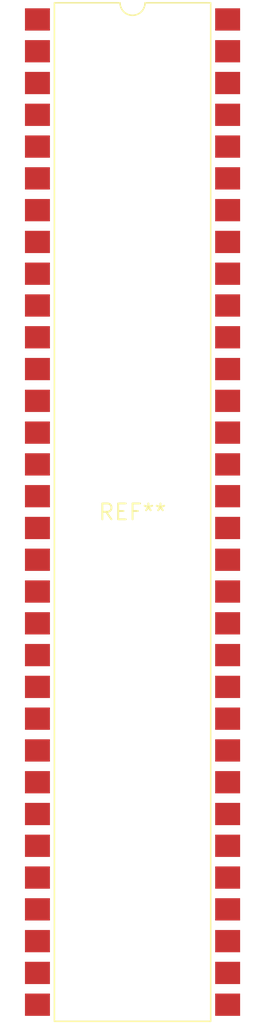
<source format=kicad_pcb>
(kicad_pcb (version 20240108) (generator pcbnew)
  (layers (0 "F.Cu" signal) (31 "B.Cu" signal) (34 "B.Paste" user) (35 "F.Paste" user) (36 "B.SilkS" user "B.Silkscreen") (37 "F.SilkS" user "F.Silkscreen") (38 "B.Mask" user) (39 "F.Mask" user) (44 "Edge.Cuts" user))
  (net 0 "")
  (footprint "SMDIP-64_W15.24mm" (layer "F.Cu") (at 0 0)
    (property "Reference" "REF**")
    (property "Value" "SMDIP-64_W15.24mm")
    (fp_line (start -6.26 -40.7) (end -6.26 40.7) (layer "F.SilkS") (stroke (width 0.12)))
    (fp_line (start -6.26 40.7) (end 6.26 40.7) (layer "F.SilkS") (stroke (width 0.12)))
    (fp_line (start -1 -40.7) (end -6.26 -40.7) (layer "F.SilkS") (stroke (width 0.12)))
    (fp_line (start 6.26 -40.7) (end 1 -40.7) (layer "F.SilkS") (stroke (width 0.12)))
    (fp_line (start 6.26 40.7) (end 6.26 -40.7) (layer "F.SilkS") (stroke (width 0.12)))
    (fp_arc (start 1 -40.7) (mid 0 -39.7) (end -1 -40.7) (layer "F.SilkS") (stroke (width 0.12)))
    (pad "1" smd rect (at -7.62 -39.37) (size 2 1.78) (layers "F.Cu" "F.Paste" "F.Mask"))
    (pad "2" smd rect (at -7.62 -36.83) (size 2 1.78) (layers "F.Cu" "F.Paste" "F.Mask"))
    (pad "3" smd rect (at -7.62 -34.29) (size 2 1.78) (layers "F.Cu" "F.Paste" "F.Mask"))
    (pad "4" smd rect (at -7.62 -31.75) (size 2 1.78) (layers "F.Cu" "F.Paste" "F.Mask"))
    (pad "5" smd rect (at -7.62 -29.21) (size 2 1.78) (layers "F.Cu" "F.Paste" "F.Mask"))
    (pad "6" smd rect (at -7.62 -26.67) (size 2 1.78) (layers "F.Cu" "F.Paste" "F.Mask"))
    (pad "7" smd rect (at -7.62 -24.13) (size 2 1.78) (layers "F.Cu" "F.Paste" "F.Mask"))
    (pad "8" smd rect (at -7.62 -21.59) (size 2 1.78) (layers "F.Cu" "F.Paste" "F.Mask"))
    (pad "9" smd rect (at -7.62 -19.05) (size 2 1.78) (layers "F.Cu" "F.Paste" "F.Mask"))
    (pad "10" smd rect (at -7.62 -16.51) (size 2 1.78) (layers "F.Cu" "F.Paste" "F.Mask"))
    (pad "11" smd rect (at -7.62 -13.97) (size 2 1.78) (layers "F.Cu" "F.Paste" "F.Mask"))
    (pad "12" smd rect (at -7.62 -11.43) (size 2 1.78) (layers "F.Cu" "F.Paste" "F.Mask"))
    (pad "13" smd rect (at -7.62 -8.89) (size 2 1.78) (layers "F.Cu" "F.Paste" "F.Mask"))
    (pad "14" smd rect (at -7.62 -6.35) (size 2 1.78) (layers "F.Cu" "F.Paste" "F.Mask"))
    (pad "15" smd rect (at -7.62 -3.81) (size 2 1.78) (layers "F.Cu" "F.Paste" "F.Mask"))
    (pad "16" smd rect (at -7.62 -1.27) (size 2 1.78) (layers "F.Cu" "F.Paste" "F.Mask"))
    (pad "17" smd rect (at -7.62 1.27) (size 2 1.78) (layers "F.Cu" "F.Paste" "F.Mask"))
    (pad "18" smd rect (at -7.62 3.81) (size 2 1.78) (layers "F.Cu" "F.Paste" "F.Mask"))
    (pad "19" smd rect (at -7.62 6.35) (size 2 1.78) (layers "F.Cu" "F.Paste" "F.Mask"))
    (pad "20" smd rect (at -7.62 8.89) (size 2 1.78) (layers "F.Cu" "F.Paste" "F.Mask"))
    (pad "21" smd rect (at -7.62 11.43) (size 2 1.78) (layers "F.Cu" "F.Paste" "F.Mask"))
    (pad "22" smd rect (at -7.62 13.97) (size 2 1.78) (layers "F.Cu" "F.Paste" "F.Mask"))
    (pad "23" smd rect (at -7.62 16.51) (size 2 1.78) (layers "F.Cu" "F.Paste" "F.Mask"))
    (pad "24" smd rect (at -7.62 19.05) (size 2 1.78) (layers "F.Cu" "F.Paste" "F.Mask"))
    (pad "25" smd rect (at -7.62 21.59) (size 2 1.78) (layers "F.Cu" "F.Paste" "F.Mask"))
    (pad "26" smd rect (at -7.62 24.13) (size 2 1.78) (layers "F.Cu" "F.Paste" "F.Mask"))
    (pad "27" smd rect (at -7.62 26.67) (size 2 1.78) (layers "F.Cu" "F.Paste" "F.Mask"))
    (pad "28" smd rect (at -7.62 29.21) (size 2 1.78) (layers "F.Cu" "F.Paste" "F.Mask"))
    (pad "29" smd rect (at -7.62 31.75) (size 2 1.78) (layers "F.Cu" "F.Paste" "F.Mask"))
    (pad "30" smd rect (at -7.62 34.29) (size 2 1.78) (layers "F.Cu" "F.Paste" "F.Mask"))
    (pad "31" smd rect (at -7.62 36.83) (size 2 1.78) (layers "F.Cu" "F.Paste" "F.Mask"))
    (pad "32" smd rect (at -7.62 39.37) (size 2 1.78) (layers "F.Cu" "F.Paste" "F.Mask"))
    (pad "33" smd rect (at 7.62 39.37) (size 2 1.78) (layers "F.Cu" "F.Paste" "F.Mask"))
    (pad "34" smd rect (at 7.62 36.83) (size 2 1.78) (layers "F.Cu" "F.Paste" "F.Mask"))
    (pad "35" smd rect (at 7.62 34.29) (size 2 1.78) (layers "F.Cu" "F.Paste" "F.Mask"))
    (pad "36" smd rect (at 7.62 31.75) (size 2 1.78) (layers "F.Cu" "F.Paste" "F.Mask"))
    (pad "37" smd rect (at 7.62 29.21) (size 2 1.78) (layers "F.Cu" "F.Paste" "F.Mask"))
    (pad "38" smd rect (at 7.62 26.67) (size 2 1.78) (layers "F.Cu" "F.Paste" "F.Mask"))
    (pad "39" smd rect (at 7.62 24.13) (size 2 1.78) (layers "F.Cu" "F.Paste" "F.Mask"))
    (pad "40" smd rect (at 7.62 21.59) (size 2 1.78) (layers "F.Cu" "F.Paste" "F.Mask"))
    (pad "41" smd rect (at 7.62 19.05) (size 2 1.78) (layers "F.Cu" "F.Paste" "F.Mask"))
    (pad "42" smd rect (at 7.62 16.51) (size 2 1.78) (layers "F.Cu" "F.Paste" "F.Mask"))
    (pad "43" smd rect (at 7.62 13.97) (size 2 1.78) (layers "F.Cu" "F.Paste" "F.Mask"))
    (pad "44" smd rect (at 7.62 11.43) (size 2 1.78) (layers "F.Cu" "F.Paste" "F.Mask"))
    (pad "45" smd rect (at 7.62 8.89) (size 2 1.78) (layers "F.Cu" "F.Paste" "F.Mask"))
    (pad "46" smd rect (at 7.62 6.35) (size 2 1.78) (layers "F.Cu" "F.Paste" "F.Mask"))
    (pad "47" smd rect (at 7.62 3.81) (size 2 1.78) (layers "F.Cu" "F.Paste" "F.Mask"))
    (pad "48" smd rect (at 7.62 1.27) (size 2 1.78) (layers "F.Cu" "F.Paste" "F.Mask"))
    (pad "49" smd rect (at 7.62 -1.27) (size 2 1.78) (layers "F.Cu" "F.Paste" "F.Mask"))
    (pad "50" smd rect (at 7.62 -3.81) (size 2 1.78) (layers "F.Cu" "F.Paste" "F.Mask"))
    (pad "51" smd rect (at 7.62 -6.35) (size 2 1.78) (layers "F.Cu" "F.Paste" "F.Mask"))
    (pad "52" smd rect (at 7.62 -8.89) (size 2 1.78) (layers "F.Cu" "F.Paste" "F.Mask"))
    (pad "53" smd rect (at 7.62 -11.43) (size 2 1.78) (layers "F.Cu" "F.Paste" "F.Mask"))
    (pad "54" smd rect (at 7.62 -13.97) (size 2 1.78) (layers "F.Cu" "F.Paste" "F.Mask"))
    (pad "55" smd rect (at 7.62 -16.51) (size 2 1.78) (layers "F.Cu" "F.Paste" "F.Mask"))
    (pad "56" smd rect (at 7.62 -19.05) (size 2 1.78) (layers "F.Cu" "F.Paste" "F.Mask"))
    (pad "57" smd rect (at 7.62 -21.59) (size 2 1.78) (layers "F.Cu" "F.Paste" "F.Mask"))
    (pad "58" smd rect (at 7.62 -24.13) (size 2 1.78) (layers "F.Cu" "F.Paste" "F.Mask"))
    (pad "59" smd rect (at 7.62 -26.67) (size 2 1.78) (layers "F.Cu" "F.Paste" "F.Mask"))
    (pad "60" smd rect (at 7.62 -29.21) (size 2 1.78) (layers "F.Cu" "F.Paste" "F.Mask"))
    (pad "61" smd rect (at 7.62 -31.75) (size 2 1.78) (layers "F.Cu" "F.Paste" "F.Mask"))
    (pad "62" smd rect (at 7.62 -34.29) (size 2 1.78) (layers "F.Cu" "F.Paste" "F.Mask"))
    (pad "63" smd rect (at 7.62 -36.83) (size 2 1.78) (layers "F.Cu" "F.Paste" "F.Mask"))
    (pad "64" smd rect (at 7.62 -39.37) (size 2 1.78) (layers "F.Cu" "F.Paste" "F.Mask"))
  )
)
</source>
